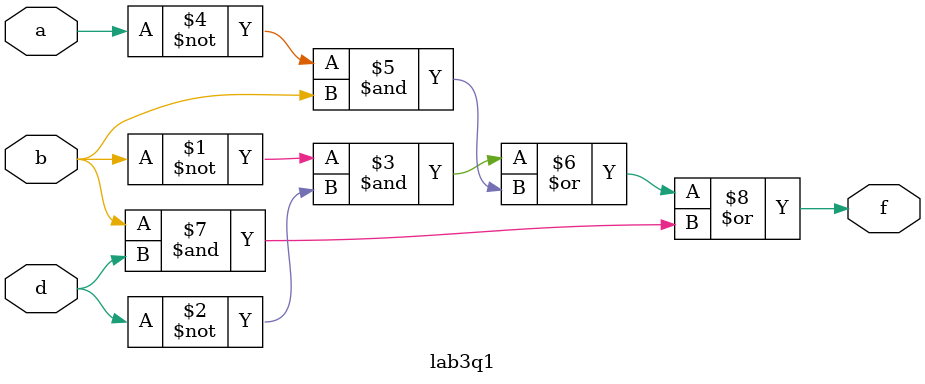
<source format=v>
module lab3q1(a,b,d,f);
input a,b,d;
output f;
assign f=(~b&~d)|(~a&b)|(b&d);
endmodule

</source>
